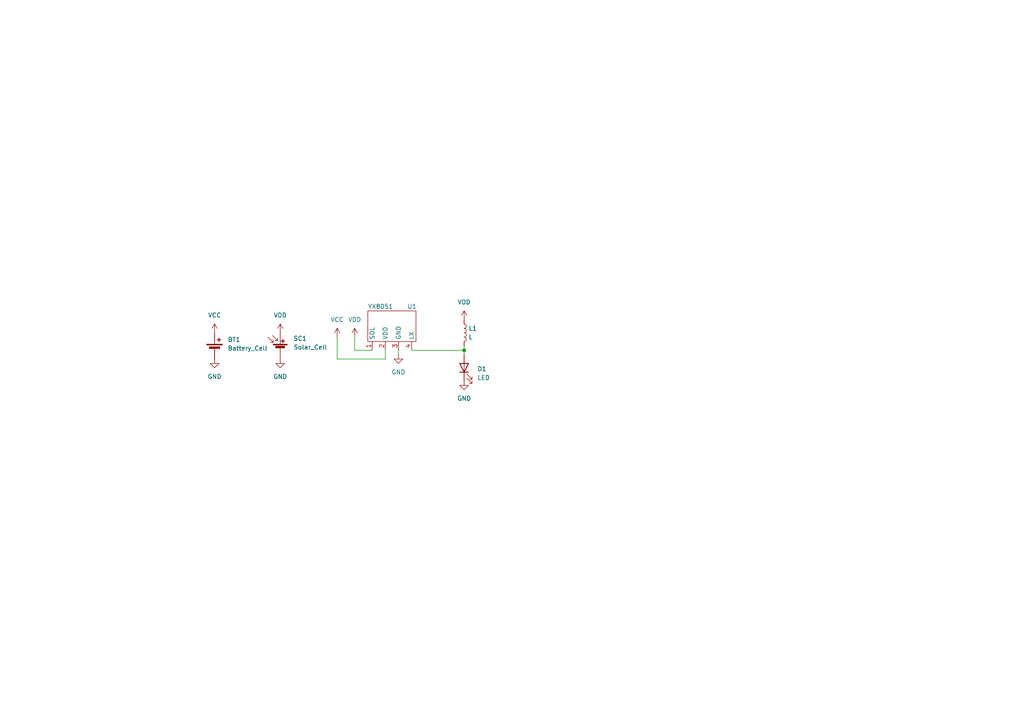
<source format=kicad_sch>
(kicad_sch (version 20230121) (generator eeschema)
  (paper "A4")
  (lib_symbols
    (symbol "Device:Battery_Cell" (pin_numbers hide) (pin_names (offset 0) hide)
      (property "Reference" "BT" (at 2.54 2.54 0))
      (property "Value" "Battery_Cell" (at 2.54 0 0))
      (symbol "Battery_Cell_0_1"
        (rectangle (start -2.286 1.778) (end 2.286 1.524) (fill (type outline)))
        (rectangle (start -1.524 1.016) (end 1.524 0.508) (fill (type outline)))
        (polyline (pts (xy 0 0.762) (xy 0 0)))
        (polyline (pts (xy 0 1.778) (xy 0 2.54)))
        (polyline (pts (xy 0.762 3.048) (xy 1.778 3.048)) (stroke (width 0.254)))
        (polyline (pts (xy 1.27 3.556) (xy 1.27 2.54)) (stroke (width 0.254)))
      )
      (symbol "Battery_Cell_1_1"
        (pin passive line (at 0 5.08 270) (length 2.54) (name "+") (number "1"))
        (pin passive line (at 0 -2.54 90) (length 2.54) (name "-") (number "2"))
      )
    )
    (symbol "Device:L" (pin_numbers hide) (pin_names (offset 1.016) hide)
      (property "Reference" "L" (at -1.27 0 90))
      (property "Value" "L" (at 1.905 0 90))
      (symbol "L_0_1"
        (arc (start 0 -2.54) (mid 0.6323 -1.905) (end 0 -1.27))
        (arc (start 0 -1.27) (mid 0.6323 -0.635) (end 0 0))
        (arc (start 0 0) (mid 0.6323 0.635) (end 0 1.27))
        (arc (start 0 1.27) (mid 0.6323 1.905) (end 0 2.54))
      )
      (symbol "L_1_1"
        (pin passive line (at 0 3.81 270) (length 1.27) (name "1") (number "1"))
        (pin passive line (at 0 -3.81 90) (length 1.27) (name "2") (number "2"))
      )
    )
    (symbol "Device:LED" (pin_numbers hide) (pin_names (offset 1.016) hide)
      (property "Reference" "D" (at 0 2.54 0))
      (property "Value" "LED" (at 0 -2.54 0))
      (symbol "LED_0_1"
        (polyline (pts (xy -1.27 -1.27) (xy -1.27 1.27)) (stroke (width 0.254)))
        (polyline (pts (xy -1.27 0) (xy 1.27 0)))
        (polyline (pts (xy 1.27 -1.27) (xy 1.27 1.27) (xy -1.27 0) (xy 1.27 -1.27)) (stroke (width 0.254)))
        (polyline (pts (xy -3.048 -0.762) (xy -4.572 -2.286) (xy -3.81 -2.286) (xy -4.572 -2.286) (xy -4.572 -1.524)))
        (polyline (pts (xy -1.778 -0.762) (xy -3.302 -2.286) (xy -2.54 -2.286) (xy -3.302 -2.286) (xy -3.302 -1.524)))
      )
      (symbol "LED_1_1"
        (pin passive line (at -3.81 0 0) (length 2.54) (name "K") (number "1"))
        (pin passive line (at 3.81 0 180) (length 2.54) (name "A") (number "2"))
      )
    )
    (symbol "Device:Solar_Cell" (pin_numbers hide) (pin_names (offset 0) hide)
      (property "Reference" "SC" (at 2.54 2.54 0))
      (property "Value" "Solar_Cell" (at 2.54 0 0))
      (symbol "Solar_Cell_0_1"
        (rectangle (start -2.032 1.778) (end 2.032 1.524) (fill (type outline)))
        (rectangle (start -1.3208 1.1938) (end 1.27 0.6858) (fill (type outline)))
        (polyline (pts (xy -2.032 2.286) (xy -3.556 3.81)))
        (polyline (pts (xy -0.762 2.794) (xy -2.286 4.318)))
        (polyline (pts (xy 0 0.762) (xy 0 0)))
        (polyline (pts (xy 0 1.778) (xy 0 2.54)))
        (polyline (pts (xy 0.254 2.667) (xy 1.27 2.667)) (stroke (width 0.254)))
        (polyline (pts (xy 0.762 3.175) (xy 0.762 2.159)) (stroke (width 0.254)))
        (polyline (pts (xy -2.032 3.048) (xy -2.032 2.286) (xy -2.794 2.286)))
        (polyline (pts (xy -0.762 3.556) (xy -0.762 2.794) (xy -1.524 2.794)))
      )
      (symbol "Solar_Cell_1_1"
        (pin passive line (at 0 5.08 270) (length 2.54) (name "+") (number "1"))
        (pin passive line (at 0 -2.54 90) (length 2.54) (name "-") (number "2"))
      )
    )
    (symbol "power:GND" (power) (pin_names (offset 0))
      (property "Value" "GND" (at 0 -3.81 0))
      (symbol "GND_0_1"
        (polyline (pts (xy 0 0) (xy 0 -1.27) (xy 1.27 -1.27) (xy 0 -2.54) (xy -1.27 -1.27) (xy 0 -1.27)))
      )
      (symbol "GND_1_1"
        (pin power_in line (at 0 0 270) (length 0) hide (name "GND") (number "1"))
      )
    )
    (symbol "power:VCC" (power) (pin_names (offset 0))
      (property "Value" "VCC" (at 0 3.81 0))
      (symbol "VCC_0_1"
        (polyline (pts (xy -0.762 1.27) (xy 0 2.54)))
        (polyline (pts (xy 0 0) (xy 0 2.54)))
        (polyline (pts (xy 0 2.54) (xy 0.762 1.27)))
      )
      (symbol "VCC_1_1"
        (pin power_in line (at 0 0 90) (length 0) hide (name "VCC") (number "1"))
      )
    )
    (symbol "power:VDD" (power) (pin_names (offset 0))
      (property "Value" "VDD" (at 0 3.81 0))
      (symbol "VDD_0_1"
        (polyline (pts (xy -0.762 1.27) (xy 0 2.54)))
        (polyline (pts (xy 0 0) (xy 0 2.54)))
        (polyline (pts (xy 0 2.54) (xy 0.762 1.27)))
      )
      (symbol "VDD_1_1"
        (pin power_in line (at 0 0 90) (length 0) hide (name "VDD") (number "1"))
      )
    )
    (symbol "yx8051:YX8051"
      (property "Reference" "U" (at 3.81 3.81 0))
      (property "Value" "YX8051" (at -3.81 3.81 0))
      (symbol "YX8051_0_1"
        (polyline (pts (xy -7.62 2.54) (xy 6.35 2.54) (xy 6.35 -6.35) (xy -7.62 -6.35) (xy -7.62 -1.27) (xy -7.62 2.54)))
      )
      (symbol "YX8051_1_1"
        (pin input line (at -6.35 -8.89 90) (length 2.54) (name "SOL") (number "1"))
        (pin input line (at -2.54 -8.89 90) (length 2.54) (name "VDD") (number "2"))
        (pin input line (at 1.27 -8.89 90) (length 2.54) (name "GND") (number "3"))
        (pin input line (at 5.08 -8.89 90) (length 2.54) (name "LX") (number "4"))
      )
    )
  )
  (junction (at 134.62 101.6))
  (wire (pts (xy 115.57 102.87) (xy 115.57 101.6)))
  (wire (pts (xy 111.76 104.14) (xy 97.79 104.14)))
  (wire (pts (xy 102.87 101.6) (xy 102.87 97.79)))
  (wire (pts (xy 97.79 104.14) (xy 97.79 97.79)))
  (wire (pts (xy 119.38 101.6) (xy 134.62 101.6)))
  (wire (pts (xy 134.62 102.87) (xy 134.62 101.6)))
  (wire (pts (xy 107.95 101.6) (xy 102.87 101.6)))
  (wire (pts (xy 134.62 101.6) (xy 134.62 100.33)))
  (wire (pts (xy 111.76 101.6) (xy 111.76 104.14)))
  (symbol (lib_id "power:VDD") (at 102.87 97.79 0) (unit 1)
    (property "Reference" "#PWR05" (effects hide))
    (property "Value" "VDD" (at 102.87 92.71 0))
  )
  (symbol (lib_id "Device:LED") (at 134.62 106.68 90) (unit 1)
    (property "Reference" "D1" (at 138.43 106.9975 90) (effects (justify right)))
    (property "Value" "LED" (at 138.43 109.5375 90) (effects (justify right)))
  )
  (symbol (lib_id "power:VCC") (at 62.23 96.52 0) (unit 1)
    (property "Reference" "#PWR01" (effects hide))
    (property "Value" "VCC" (at 62.23 91.44 0))
  )
  (symbol (lib_id "power:VDD") (at 134.62 92.71 0) (unit 1)
    (property "Reference" "#PWR09" (effects hide))
    (property "Value" "VDD" (at 134.62 87.63 0))
  )
  (symbol (lib_id "power:GND") (at 62.23 104.14 0) (unit 1)
    (property "Reference" "#PWR03" (effects hide))
    (property "Value" "GND" (at 62.23 109.22 0))
  )
  (symbol (lib_id "Device:L") (at 134.62 96.52 0) (unit 1)
    (property "Reference" "L1" (at 135.89 95.25 0) (effects (justify left)))
    (property "Value" "L" (at 135.89 97.79 0) (effects (justify left)))
  )
  (symbol (lib_id "Device:Battery_Cell") (at 62.23 101.6 0) (unit 1)
    (property "Reference" "BT1" (at 66.04 98.4885 0) (effects (justify left)))
    (property "Value" "Battery_Cell" (at 66.04 101.0285 0) (effects (justify left)))
  )
  (symbol (lib_id "power:GND") (at 134.62 110.49 0) (unit 1)
    (property "Reference" "#PWR08" (effects hide))
    (property "Value" "GND" (at 134.62 115.57 0))
  )
  (symbol (lib_id "power:VCC") (at 97.79 97.79 0) (unit 1)
    (property "Reference" "#PWR06" (effects hide))
    (property "Value" "VCC" (at 97.79 92.71 0))
  )
  (symbol (lib_id "power:VDD") (at 81.28 96.52 0) (unit 1)
    (property "Reference" "#PWR02" (effects hide))
    (property "Value" "VDD" (at 81.28 91.44 0))
  )
  (symbol (lib_id "power:GND") (at 81.28 104.14 0) (unit 1)
    (property "Reference" "#PWR04" (effects hide))
    (property "Value" "GND" (at 81.28 109.22 0))
  )
  (symbol (lib_id "Device:Solar_Cell") (at 81.28 101.6 0) (unit 1)
    (property "Reference" "SC1" (at 85.09 98.171 0) (effects (justify left)))
    (property "Value" "Solar_Cell" (at 85.09 100.711 0) (effects (justify left)))
  )
  (symbol (lib_id "yx8051:YX8051") (at 114.3 92.71 0) (unit 1)
    (property "Reference" "U1" (at 118.11 88.9 0) (effects (justify left)))
    (property "Value" "YX8051" (at 106.68 88.9 0) (effects (justify left)))
  )
  (symbol (lib_id "power:GND") (at 115.57 102.87 0) (unit 1)
    (property "Reference" "#PWR07" (effects hide))
    (property "Value" "GND" (at 115.57 107.95 0))
  )
)
</source>
